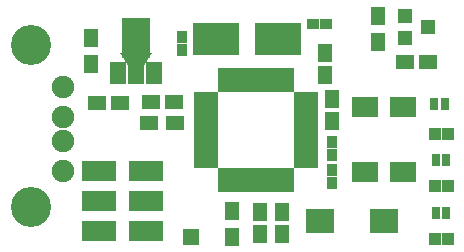
<source format=gts>
G04 #@! TF.GenerationSoftware,KiCad,Pcbnew,no-vcs-found-a592832~58~ubuntu16.04.1*
G04 #@! TF.CreationDate,2017-03-10T09:42:51+02:00*
G04 #@! TF.ProjectId,serial_gw_ATSAMD21E,73657269616C5F67775F415453414D44,rev?*
G04 #@! TF.FileFunction,Soldermask,Top*
G04 #@! TF.FilePolarity,Negative*
%FSLAX46Y46*%
G04 Gerber Fmt 4.6, Leading zero omitted, Abs format (unit mm)*
G04 Created by KiCad (PCBNEW no-vcs-found-a592832~58~ubuntu16.04.1) date Fri Mar 10 09:42:51 2017*
%MOMM*%
%LPD*%
G01*
G04 APERTURE LIST*
%ADD10C,0.100000*%
%ADD11R,0.800000X1.000000*%
%ADD12R,1.000000X1.100000*%
%ADD13R,2.300000X1.700000*%
%ADD14R,1.400000X1.400000*%
%ADD15R,1.150000X1.600000*%
%ADD16R,0.900000X1.000000*%
%ADD17R,1.600000X1.150000*%
%ADD18C,3.399740*%
%ADD19C,1.901140*%
%ADD20R,1.000000X0.900000*%
%ADD21R,2.900000X1.670000*%
%ADD22R,1.300000X1.600000*%
%ADD23R,1.600000X1.300000*%
%ADD24R,2.400000X2.000000*%
%ADD25R,0.950000X2.000000*%
%ADD26R,2.000000X0.950000*%
%ADD27R,1.300000X1.200000*%
%ADD28C,1.150000*%
%ADD29R,2.400000X3.400000*%
%ADD30R,1.400000X1.900000*%
%ADD31R,3.900000X2.800000*%
G04 APERTURE END LIST*
D10*
D11*
X142150000Y-86100000D03*
X141250000Y-86100000D03*
X142300000Y-95300000D03*
X141400000Y-95300000D03*
X142300000Y-90800000D03*
X141400000Y-90800000D03*
D12*
X142400000Y-88600000D03*
X141300000Y-88600000D03*
X142400000Y-93000000D03*
X141300000Y-93000000D03*
X142400000Y-97500000D03*
X141300000Y-97500000D03*
D13*
X138600000Y-91850000D03*
X138600000Y-86350000D03*
X135400000Y-86350000D03*
X135400000Y-91850000D03*
D14*
X120700000Y-97300000D03*
D15*
X132600000Y-87550000D03*
X132600000Y-85650000D03*
D16*
X132600000Y-90400000D03*
X132600000Y-89300000D03*
X119900000Y-80400000D03*
X119900000Y-81500000D03*
D17*
X138800000Y-82500000D03*
X140700000Y-82500000D03*
D18*
X107135120Y-81044860D03*
X107135120Y-94760860D03*
D19*
X109802120Y-84600860D03*
X109802120Y-87140860D03*
X109802120Y-89172860D03*
X109802120Y-91712860D03*
D15*
X132000000Y-81750000D03*
X132000000Y-83650000D03*
X126500000Y-95200000D03*
X126500000Y-97100000D03*
X128400000Y-95200000D03*
X128400000Y-97100000D03*
D20*
X131000000Y-79300000D03*
X132100000Y-79300000D03*
D16*
X132600000Y-91700000D03*
X132600000Y-92800000D03*
D17*
X114650000Y-86000000D03*
X112750000Y-86000000D03*
X119200000Y-85900000D03*
X117300000Y-85900000D03*
D21*
X116860000Y-96800000D03*
X116860000Y-94300000D03*
X116860000Y-91760000D03*
X112860000Y-91760000D03*
X112860000Y-94300000D03*
X112860000Y-96840000D03*
D22*
X112200000Y-80500000D03*
X112200000Y-82700000D03*
X124100000Y-97300000D03*
X124100000Y-95100000D03*
X136500000Y-78600000D03*
X136500000Y-80800000D03*
D23*
X119300000Y-87700000D03*
X117100000Y-87700000D03*
D24*
X131600000Y-96000000D03*
X137000000Y-96000000D03*
D25*
X128950000Y-92550000D03*
X128150000Y-92550000D03*
X127350000Y-92550000D03*
X126550000Y-92550000D03*
X125750000Y-92550000D03*
X124950000Y-92550000D03*
X124150000Y-92550000D03*
X123350000Y-92550000D03*
D26*
X121900000Y-91100000D03*
X121900000Y-90300000D03*
X121900000Y-89500000D03*
X121900000Y-88700000D03*
X121900000Y-87900000D03*
X121900000Y-87100000D03*
X121900000Y-86300000D03*
X121900000Y-85500000D03*
D25*
X123350000Y-84050000D03*
X124150000Y-84050000D03*
X124950000Y-84050000D03*
X125750000Y-84050000D03*
X126550000Y-84050000D03*
X127350000Y-84050000D03*
X128150000Y-84050000D03*
X128950000Y-84050000D03*
D26*
X130400000Y-85500000D03*
X130400000Y-86300000D03*
X130400000Y-87100000D03*
X130400000Y-87900000D03*
X130400000Y-88700000D03*
X130400000Y-89500000D03*
X130400000Y-90300000D03*
X130400000Y-91100000D03*
D27*
X140750000Y-79550000D03*
X138750000Y-80500000D03*
X138750000Y-78600000D03*
D28*
X116000000Y-82350000D03*
D10*
G36*
X117373703Y-81775000D02*
X116607037Y-82925000D01*
X115392963Y-82925000D01*
X114626297Y-81775000D01*
X117373703Y-81775000D01*
X117373703Y-81775000D01*
G37*
D29*
X116000000Y-80500000D03*
D30*
X117500000Y-83460000D03*
X116000000Y-83460000D03*
X114500000Y-83460000D03*
D31*
X128000000Y-80600000D03*
X122800000Y-80600000D03*
M02*

</source>
